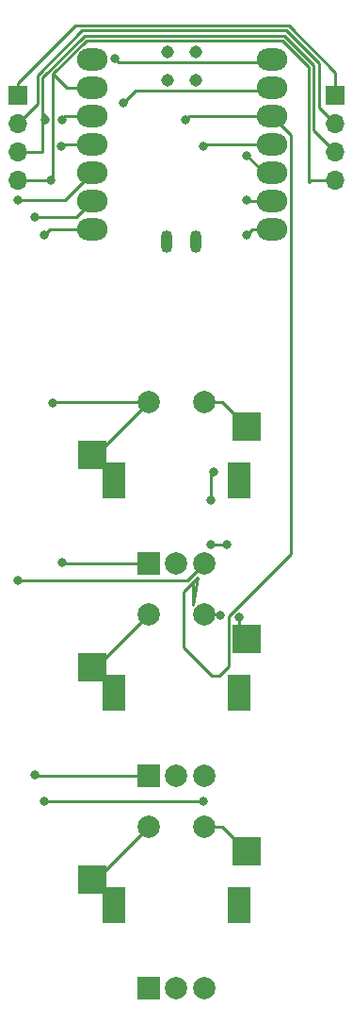
<source format=gbr>
%TF.GenerationSoftware,KiCad,Pcbnew,(6.0.4-0)*%
%TF.CreationDate,2022-07-29T07:15:44-05:00*%
%TF.ProjectId,knoblin3,6b6e6f62-6c69-46e3-932e-6b696361645f,rev?*%
%TF.SameCoordinates,Original*%
%TF.FileFunction,Copper,L2,Bot*%
%TF.FilePolarity,Positive*%
%FSLAX46Y46*%
G04 Gerber Fmt 4.6, Leading zero omitted, Abs format (unit mm)*
G04 Created by KiCad (PCBNEW (6.0.4-0)) date 2022-07-29 07:15:44*
%MOMM*%
%LPD*%
G01*
G04 APERTURE LIST*
%TA.AperFunction,ComponentPad*%
%ADD10R,2.000000X2.000000*%
%TD*%
%TA.AperFunction,ComponentPad*%
%ADD11C,2.000000*%
%TD*%
%TA.AperFunction,ComponentPad*%
%ADD12R,2.000000X3.200000*%
%TD*%
%TA.AperFunction,SMDPad,CuDef*%
%ADD13R,2.550000X2.500000*%
%TD*%
%TA.AperFunction,ComponentPad*%
%ADD14R,1.700000X1.700000*%
%TD*%
%TA.AperFunction,ComponentPad*%
%ADD15O,1.700000X1.700000*%
%TD*%
%TA.AperFunction,SMDPad,CuDef*%
%ADD16O,2.748280X1.998980*%
%TD*%
%TA.AperFunction,SMDPad,CuDef*%
%ADD17O,1.016000X2.032000*%
%TD*%
%TA.AperFunction,SMDPad,CuDef*%
%ADD18C,1.143000*%
%TD*%
%TA.AperFunction,ViaPad*%
%ADD19C,0.800000*%
%TD*%
%TA.AperFunction,Conductor*%
%ADD20C,0.250000*%
%TD*%
G04 APERTURE END LIST*
D10*
%TO.P,SW2,A,A*%
%TO.N,a2*%
X135612500Y-102500000D03*
D11*
%TO.P,SW2,B,B*%
%TO.N,b2*%
X140612500Y-102500000D03*
%TO.P,SW2,C,C*%
%TO.N,gnd*%
X138112500Y-102500000D03*
D12*
%TO.P,SW2,MP*%
%TO.N,N/C*%
X132512500Y-95000000D03*
X143712500Y-95000000D03*
D11*
%TO.P,SW2,S1,S1*%
%TO.N,key2*%
X140612500Y-88000000D03*
%TO.P,SW2,S2,S2*%
%TO.N,gnd*%
X135612500Y-88000000D03*
%TD*%
D10*
%TO.P,SW1,A,A*%
%TO.N,a1*%
X135612500Y-83450000D03*
D11*
%TO.P,SW1,B,B*%
%TO.N,b1*%
X140612500Y-83450000D03*
%TO.P,SW1,C,C*%
%TO.N,gnd*%
X138112500Y-83450000D03*
D12*
%TO.P,SW1,MP*%
%TO.N,N/C*%
X132512500Y-75950000D03*
X143712500Y-75950000D03*
D11*
%TO.P,SW1,S1,S1*%
%TO.N,key1*%
X140612500Y-68950000D03*
%TO.P,SW1,S2,S2*%
%TO.N,gnd*%
X135612500Y-68950000D03*
%TD*%
D10*
%TO.P,SW3,A,A*%
%TO.N,a3*%
X135612500Y-121550000D03*
D11*
%TO.P,SW3,B,B*%
%TO.N,b3*%
X140612500Y-121550000D03*
%TO.P,SW3,C,C*%
%TO.N,gnd*%
X138112500Y-121550000D03*
D12*
%TO.P,SW3,MP*%
%TO.N,N/C*%
X143712500Y-114050000D03*
X132512500Y-114050000D03*
D11*
%TO.P,SW3,S1,S1*%
%TO.N,key3*%
X140612500Y-107050000D03*
%TO.P,SW3,S2,S2*%
%TO.N,gnd*%
X135612500Y-107050000D03*
%TD*%
D13*
%TO.P,SW6,1,A*%
%TO.N,key3*%
X144402500Y-109220000D03*
%TO.P,SW6,2,B*%
%TO.N,gnd*%
X130552500Y-111760000D03*
%TD*%
D14*
%TO.P,J2,1,Pin_1*%
%TO.N,sda*%
X123850000Y-41443750D03*
D15*
%TO.P,J2,2,Pin_2*%
%TO.N,scl*%
X123850000Y-43983750D03*
%TO.P,J2,3,Pin_3*%
%TO.N,3v3*%
X123850000Y-46523750D03*
%TO.P,J2,4,Pin_4*%
%TO.N,gnd*%
X123850000Y-49063750D03*
%TD*%
D13*
%TO.P,SW4,1,A*%
%TO.N,key1*%
X144402500Y-71120000D03*
%TO.P,SW4,2,B*%
%TO.N,gnd*%
X130552500Y-73660000D03*
%TD*%
D14*
%TO.P,J1,1,Pin_1*%
%TO.N,sda*%
X152400000Y-41443750D03*
D15*
%TO.P,J1,2,Pin_2*%
%TO.N,scl*%
X152400000Y-43983750D03*
%TO.P,J1,3,Pin_3*%
%TO.N,3v3*%
X152400000Y-46523750D03*
%TO.P,J1,4,Pin_4*%
%TO.N,gnd*%
X152400000Y-49063750D03*
%TD*%
D13*
%TO.P,SW5,1,A*%
%TO.N,key2*%
X144402500Y-90170000D03*
%TO.P,SW5,2,B*%
%TO.N,gnd*%
X130552500Y-92710000D03*
%TD*%
D16*
%TO.P,U1,1,PA02_A0_D0*%
%TO.N,a3*%
X146687540Y-38244240D03*
%TO.P,U1,2,PA4_A1_D1*%
%TO.N,b3*%
X146687540Y-40784240D03*
%TO.P,U1,3,PA10_A2_D2*%
%TO.N,key1*%
X146687540Y-43324240D03*
%TO.P,U1,4,PA11_A3_D3*%
%TO.N,key2*%
X146687540Y-45864240D03*
%TO.P,U1,5,PA8_A4_D4_SDA*%
%TO.N,sda*%
X146687540Y-48404240D03*
%TO.P,U1,6,PA9_A5_D5_SCL*%
%TO.N,scl*%
X146687540Y-50944240D03*
%TO.P,U1,7,PB08_A6_D6_TX*%
%TO.N,key3*%
X146687540Y-53484240D03*
%TO.P,U1,8,PB09_A7_D7_RX*%
%TO.N,b2*%
X130522980Y-53484240D03*
%TO.P,U1,9,PA7_A8_D8_SCK*%
%TO.N,a2*%
X130522980Y-50944240D03*
%TO.P,U1,10,PA5_A9_D9_MISO*%
%TO.N,b1*%
X130522980Y-48404240D03*
%TO.P,U1,11,PA6_A10_D10_MOSI*%
%TO.N,a1*%
X130522980Y-45864240D03*
%TO.P,U1,12,3V3*%
%TO.N,3v3*%
X130522980Y-43324240D03*
%TO.P,U1,13,GND*%
%TO.N,gnd*%
X130522980Y-40784240D03*
%TO.P,U1,14,5V*%
%TO.N,unconnected-(U1-Pad14)*%
X130522980Y-38244240D03*
D17*
%TO.P,U1,15,5V*%
%TO.N,unconnected-(U1-Pad15)*%
X139820660Y-54562060D03*
%TO.P,U1,16,GND*%
%TO.N,unconnected-(U1-Pad16)*%
X137270660Y-54562060D03*
D18*
%TO.P,U1,17,PA31_SWDIO*%
%TO.N,unconnected-(U1-Pad17)*%
X139821857Y-37557873D03*
%TO.P,U1,18,PA30_SWCLK*%
%TO.N,unconnected-(U1-Pad18)*%
X137281857Y-37557873D03*
%TO.P,U1,19,RESET*%
%TO.N,unconnected-(U1-Pad19)*%
X139821857Y-40097873D03*
%TO.P,U1,20,GND*%
%TO.N,unconnected-(U1-Pad20)*%
X137281857Y-40097873D03*
%TD*%
D19*
%TO.N,sda*%
X144462500Y-46831250D03*
X152400000Y-41443750D03*
%TO.N,scl*%
X144462500Y-50800000D03*
%TO.N,3v3*%
X126275500Y-43656250D03*
X127793750Y-43656250D03*
%TO.N,gnd*%
X127000000Y-69056250D03*
X126851250Y-49063750D03*
%TO.N,a1*%
X127724500Y-46037500D03*
X127793750Y-83343750D03*
%TO.N,b1*%
X123825000Y-84931250D03*
X123825000Y-50800000D03*
%TO.N,key1*%
X138906250Y-43656250D03*
%TO.N,a2*%
X125412500Y-102393750D03*
X125412500Y-52387500D03*
%TO.N,b2*%
X140493750Y-104775000D03*
X126206250Y-53975000D03*
X126206250Y-104775000D03*
%TO.N,key2*%
X142661511Y-81756250D03*
X141212511Y-77787500D03*
X143784174Y-88221674D03*
X141212511Y-81756250D03*
X140493750Y-46037500D03*
X141490151Y-75203599D03*
X142081250Y-88106250D03*
%TO.N,key3*%
X144462500Y-53975000D03*
%TO.N,b3*%
X133350000Y-42068750D03*
%TO.N,a3*%
X132556250Y-38100000D03*
%TD*%
D20*
%TO.N,sda*%
X123850000Y-41443750D02*
X123850000Y-40343750D01*
X148196092Y-35163940D02*
X152400000Y-39367848D01*
X146035490Y-48404240D02*
X144462500Y-46831250D01*
X129029810Y-35163940D02*
X148196092Y-35163940D01*
X146687540Y-48404240D02*
X146035490Y-48404240D01*
X123850000Y-40343750D02*
X129029810Y-35163940D01*
X152400000Y-39367848D02*
X152400000Y-41443750D01*
%TO.N,scl*%
X125614710Y-39633994D02*
X129635244Y-35613460D01*
X146687540Y-50944240D02*
X144606740Y-50944240D01*
X144606740Y-50944240D02*
X144462500Y-50800000D01*
X148009894Y-35613460D02*
X150917790Y-38521356D01*
X129635244Y-35613460D02*
X148009894Y-35613460D01*
X150917790Y-38521356D02*
X150917790Y-42501540D01*
X150917790Y-42501540D02*
X152400000Y-43983750D01*
X125614710Y-42219040D02*
X125614710Y-39633994D01*
X123850000Y-43983750D02*
X125614710Y-42219040D01*
%TO.N,3v3*%
X126275500Y-43215790D02*
X126275500Y-43656250D01*
X129821441Y-36062980D02*
X147823697Y-36062980D01*
X128125760Y-43324240D02*
X130522980Y-43324240D01*
X150468270Y-44592020D02*
X152400000Y-46523750D01*
X126064230Y-43004520D02*
X126275500Y-43215790D01*
X126064230Y-39820191D02*
X129821441Y-36062980D01*
X126064230Y-46523750D02*
X126064230Y-43004520D01*
X126064230Y-43004520D02*
X126064230Y-39820191D01*
X127793750Y-43656250D02*
X128125760Y-43324240D01*
X123850000Y-46523750D02*
X126064230Y-46523750D01*
X147823697Y-36062980D02*
X150468270Y-38707553D01*
X150468270Y-38707553D02*
X150468270Y-44592020D01*
%TO.N,gnd*%
X150018750Y-49212500D02*
X150167500Y-49063750D01*
X128264102Y-40784240D02*
X130522980Y-40784240D01*
X130902500Y-92710000D02*
X130552500Y-92710000D01*
X135612500Y-107050000D02*
X130902500Y-111760000D01*
X135612500Y-68950000D02*
X130902500Y-73660000D01*
X123850000Y-49063750D02*
X126851250Y-49063750D01*
X126851250Y-49063750D02*
X127000000Y-48915000D01*
X130902500Y-111760000D02*
X130552500Y-111760000D01*
X130007638Y-36512500D02*
X147637500Y-36512500D01*
X147637500Y-36512500D02*
X150018750Y-38893750D01*
X127000000Y-69056250D02*
X127106250Y-68950000D01*
X127000000Y-48915000D02*
X127000000Y-39520138D01*
X150167500Y-49063750D02*
X152400000Y-49063750D01*
X135612500Y-88000000D02*
X130902500Y-92710000D01*
X130902500Y-73660000D02*
X130552500Y-73660000D01*
X150018750Y-38893750D02*
X150018750Y-49212500D01*
X127000000Y-39520138D02*
X128264102Y-40784240D01*
X127106250Y-68950000D02*
X135612500Y-68950000D01*
X127000000Y-39520138D02*
X130007638Y-36512500D01*
%TO.N,a1*%
X127793750Y-83343750D02*
X127900000Y-83450000D01*
X127900000Y-83450000D02*
X135612500Y-83450000D01*
X130522980Y-45864240D02*
X127897760Y-45864240D01*
X127897760Y-45864240D02*
X127724500Y-46037500D01*
%TO.N,b1*%
X139131250Y-84931250D02*
X140612500Y-83450000D01*
X128127220Y-50800000D02*
X123825000Y-50800000D01*
X123825000Y-84931250D02*
X139131250Y-84931250D01*
X130522980Y-48404240D02*
X128127220Y-50800000D01*
%TO.N,key1*%
X146687540Y-43324240D02*
X148386200Y-45022900D01*
X141967079Y-93496399D02*
X141327925Y-93496399D01*
X141327925Y-93496399D02*
X138777979Y-90946453D01*
X139563429Y-87175928D02*
X139563429Y-85134789D01*
X148386200Y-45022900D02*
X148386200Y-82595050D01*
X138777979Y-85920239D02*
X139993788Y-84704430D01*
X139238260Y-43324240D02*
X138906250Y-43656250D01*
X146687540Y-43324240D02*
X139238260Y-43324240D01*
X142232500Y-68950000D02*
X144402500Y-71120000D01*
X138777979Y-90946453D02*
X138777979Y-85920239D01*
X148386200Y-82595050D02*
X142802989Y-88178261D01*
X142802989Y-92660489D02*
X141967079Y-93496399D01*
X142802989Y-88178261D02*
X142802989Y-92660489D01*
X139993788Y-84704430D02*
X139563429Y-87175928D01*
X140612500Y-68950000D02*
X142232500Y-68950000D01*
%TO.N,a2*%
X130522980Y-50944240D02*
X129079720Y-52387500D01*
X125412500Y-102393750D02*
X125518750Y-102500000D01*
X125518750Y-102500000D02*
X135612500Y-102500000D01*
X129079720Y-52387500D02*
X125412500Y-52387500D01*
%TO.N,b2*%
X126697010Y-53484240D02*
X126206250Y-53975000D01*
X126206250Y-104775000D02*
X140493750Y-104775000D01*
X130522980Y-53484240D02*
X126697010Y-53484240D01*
%TO.N,key2*%
X140667010Y-45864240D02*
X140493750Y-46037500D01*
X146687540Y-45864240D02*
X140667010Y-45864240D01*
X140612500Y-88000000D02*
X141975000Y-88000000D01*
X143784174Y-88221674D02*
X143784174Y-89551674D01*
X143784174Y-89551674D02*
X144402500Y-90170000D01*
X141212511Y-75481239D02*
X141212511Y-77787500D01*
X141490151Y-75203599D02*
X141212511Y-75481239D01*
X141975000Y-88000000D02*
X142081250Y-88106250D01*
X141212511Y-81756250D02*
X142661511Y-81756250D01*
%TO.N,key3*%
X142232500Y-107050000D02*
X144402500Y-109220000D01*
X140612500Y-107050000D02*
X142232500Y-107050000D01*
X146687540Y-53484240D02*
X144953260Y-53484240D01*
X144953260Y-53484240D02*
X144462500Y-53975000D01*
%TO.N,b3*%
X146477896Y-40993884D02*
X134424866Y-40993884D01*
X146687540Y-40784240D02*
X146477896Y-40993884D01*
X134424866Y-40993884D02*
X133350000Y-42068750D01*
%TO.N,a3*%
X132910134Y-38453884D02*
X132556250Y-38100000D01*
X146687540Y-38244240D02*
X146477896Y-38453884D01*
X146477896Y-38453884D02*
X132910134Y-38453884D01*
%TD*%
M02*

</source>
